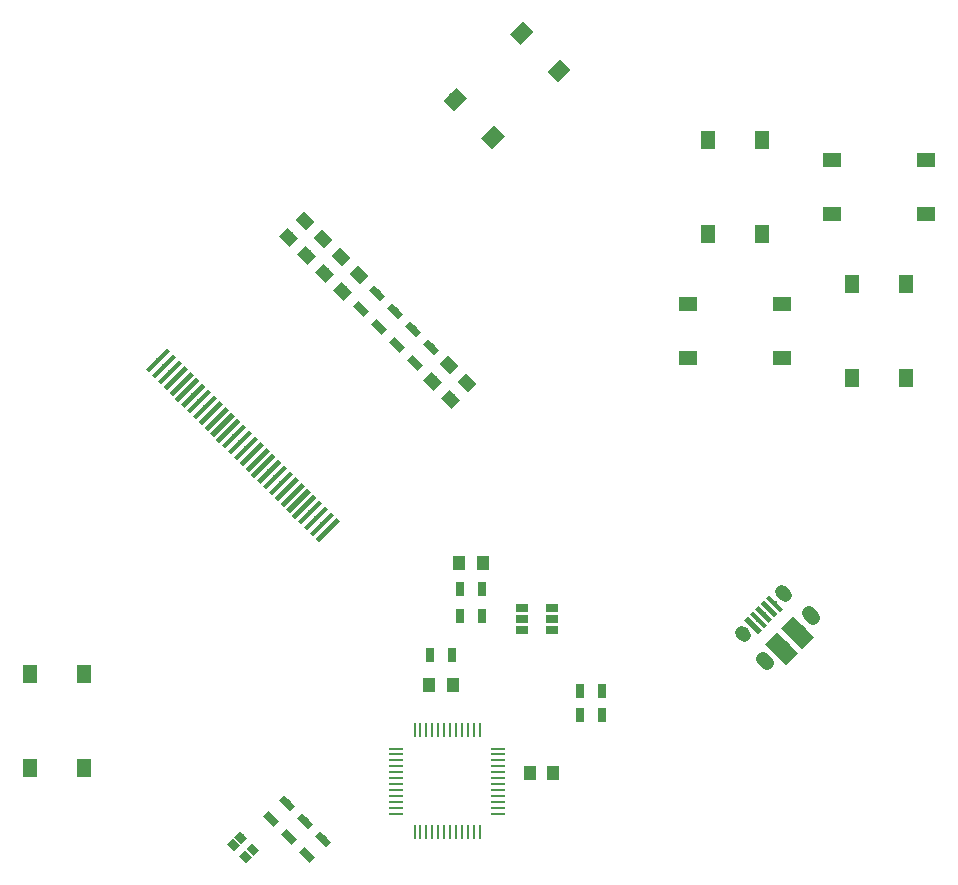
<source format=gtp>
G04 #@! TF.GenerationSoftware,KiCad,Pcbnew,(2017-07-14 revision d3b382c)-master*
G04 #@! TF.CreationDate,2017-07-30T20:26:54+02:00*
G04 #@! TF.ProjectId,Bornhack Make Tradition Badge,426F726E6861636B204D616B65205472,rev?*
G04 #@! TF.SameCoordinates,Original
G04 #@! TF.FileFunction,Paste,Top*
G04 #@! TF.FilePolarity,Positive*
%FSLAX46Y46*%
G04 Gerber Fmt 4.6, Leading zero omitted, Abs format (unit mm)*
G04 Created by KiCad (PCBNEW (2017-07-14 revision d3b382c)-master) date Sunday, July 30, 2017 'PMt' 08:26:54 PM*
%MOMM*%
%LPD*%
G01*
G04 APERTURE LIST*
%ADD10C,1.430000*%
%ADD11C,0.100000*%
%ADD12C,1.200000*%
%ADD13C,1.200000*%
%ADD14C,1.100000*%
%ADD15C,1.100000*%
%ADD16C,0.400000*%
%ADD17R,1.300000X1.550000*%
%ADD18R,1.550000X1.300000*%
%ADD19C,1.300000*%
%ADD20R,1.000000X1.250000*%
%ADD21C,1.000000*%
%ADD22C,0.650000*%
%ADD23R,1.000000X0.700000*%
%ADD24C,0.700000*%
%ADD25R,0.700000X1.300000*%
%ADD26R,0.250000X1.300000*%
%ADD27R,1.300000X0.250000*%
G04 APERTURE END LIST*
D10*
X131302929Y-107796481D03*
D11*
G36*
X132692394Y-108174783D02*
X131681231Y-109185946D01*
X129913464Y-107418179D01*
X130924627Y-106407016D01*
X132692394Y-108174783D01*
X132692394Y-108174783D01*
G37*
D10*
X129945284Y-109154126D03*
D11*
G36*
X131334749Y-109532428D02*
X130323586Y-110543591D01*
X128555819Y-108775824D01*
X129566982Y-107764661D01*
X131334749Y-109532428D01*
X131334749Y-109532428D01*
G37*
D12*
X132384803Y-106375197D03*
D13*
X132561580Y-106551974D02*
X132208026Y-106198420D01*
D12*
X128524000Y-110236000D03*
D13*
X128700777Y-110412777D02*
X128347223Y-110059223D01*
D14*
X130044279Y-104473080D03*
D15*
X130185700Y-104614501D02*
X129902858Y-104331659D01*
D14*
X126621883Y-107895476D03*
D15*
X126763304Y-108036897D02*
X126480462Y-107754055D01*
D16*
X129337173Y-105349892D03*
D11*
G36*
X130061957Y-105791834D02*
X129779115Y-106074676D01*
X128612389Y-104907950D01*
X128895231Y-104625108D01*
X130061957Y-105791834D01*
X130061957Y-105791834D01*
G37*
D16*
X128877553Y-105809511D03*
D11*
G36*
X129602337Y-106251453D02*
X129319495Y-106534295D01*
X128152769Y-105367569D01*
X128435611Y-105084727D01*
X129602337Y-106251453D01*
X129602337Y-106251453D01*
G37*
D16*
X128417934Y-106269131D03*
D11*
G36*
X129142718Y-106711073D02*
X128859876Y-106993915D01*
X127693150Y-105827189D01*
X127975992Y-105544347D01*
X129142718Y-106711073D01*
X129142718Y-106711073D01*
G37*
D16*
X127958314Y-106728750D03*
D11*
G36*
X128683098Y-107170692D02*
X128400256Y-107453534D01*
X127233530Y-106286808D01*
X127516372Y-106003966D01*
X128683098Y-107170692D01*
X128683098Y-107170692D01*
G37*
D16*
X127498695Y-107188370D03*
D11*
G36*
X128223479Y-107630312D02*
X127940637Y-107913154D01*
X126773911Y-106746428D01*
X127056753Y-106463586D01*
X128223479Y-107630312D01*
X128223479Y-107630312D01*
G37*
D17*
X140426000Y-78316000D03*
X135926000Y-78316000D03*
X135926000Y-86276000D03*
X140426000Y-86276000D03*
D18*
X129964000Y-84546000D03*
X129964000Y-80046000D03*
X122004000Y-80046000D03*
X122004000Y-84546000D03*
X134196000Y-72354000D03*
X134196000Y-67854000D03*
X142156000Y-67854000D03*
X142156000Y-72354000D03*
D17*
X128234000Y-74084000D03*
X123734000Y-74084000D03*
X123734000Y-66124000D03*
X128234000Y-66124000D03*
X70830000Y-119296000D03*
X66330000Y-119296000D03*
X66330000Y-111336000D03*
X70830000Y-111336000D03*
D19*
X111085275Y-60244705D03*
D11*
G36*
X110996887Y-61252332D02*
X110077648Y-60333093D01*
X111173663Y-59237078D01*
X112092902Y-60156317D01*
X110996887Y-61252332D01*
X110996887Y-61252332D01*
G37*
D19*
X107903295Y-57062725D03*
D11*
G36*
X107814907Y-58070352D02*
X106895668Y-57151113D01*
X107991683Y-56055098D01*
X108910922Y-56974337D01*
X107814907Y-58070352D01*
X107814907Y-58070352D01*
G37*
D19*
X102274725Y-62691295D03*
D11*
G36*
X102186337Y-63698922D02*
X101267098Y-62779683D01*
X102363113Y-61683668D01*
X103282352Y-62602907D01*
X102186337Y-63698922D01*
X102186337Y-63698922D01*
G37*
D19*
X105456705Y-65873275D03*
D11*
G36*
X105368317Y-66880902D02*
X104449078Y-65961663D01*
X105545093Y-64865648D01*
X106464332Y-65784887D01*
X105368317Y-66880902D01*
X105368317Y-66880902D01*
G37*
D20*
X110600000Y-119700000D03*
X108600000Y-119700000D03*
X102092000Y-112268000D03*
X100092000Y-112268000D03*
D21*
X89607107Y-72952893D03*
D11*
G36*
X89518719Y-72157398D02*
X90402602Y-73041281D01*
X89695495Y-73748388D01*
X88811612Y-72864505D01*
X89518719Y-72157398D01*
X89518719Y-72157398D01*
G37*
D21*
X88192893Y-74367107D03*
D11*
G36*
X88104505Y-73571612D02*
X88988388Y-74455495D01*
X88281281Y-75162602D01*
X87397398Y-74278719D01*
X88104505Y-73571612D01*
X88104505Y-73571612D01*
G37*
D21*
X89716893Y-75891107D03*
D11*
G36*
X89628505Y-75095612D02*
X90512388Y-75979495D01*
X89805281Y-76686602D01*
X88921398Y-75802719D01*
X89628505Y-75095612D01*
X89628505Y-75095612D01*
G37*
D21*
X91131107Y-74476893D03*
D11*
G36*
X91042719Y-73681398D02*
X91926602Y-74565281D01*
X91219495Y-75272388D01*
X90335612Y-74388505D01*
X91042719Y-73681398D01*
X91042719Y-73681398D01*
G37*
D21*
X92655107Y-76000893D03*
D11*
G36*
X92566719Y-75205398D02*
X93450602Y-76089281D01*
X92743495Y-76796388D01*
X91859612Y-75912505D01*
X92566719Y-75205398D01*
X92566719Y-75205398D01*
G37*
D21*
X91240893Y-77415107D03*
D11*
G36*
X91152505Y-76619612D02*
X92036388Y-77503495D01*
X91329281Y-78210602D01*
X90445398Y-77326719D01*
X91152505Y-76619612D01*
X91152505Y-76619612D01*
G37*
D20*
X102600000Y-101900000D03*
X104600000Y-101900000D03*
D21*
X103323107Y-86668893D03*
D11*
G36*
X103411495Y-87464388D02*
X102527612Y-86580505D01*
X103234719Y-85873398D01*
X104118602Y-86757281D01*
X103411495Y-87464388D01*
X103411495Y-87464388D01*
G37*
D21*
X101908893Y-88083107D03*
D11*
G36*
X101997281Y-88878602D02*
X101113398Y-87994719D01*
X101820505Y-87287612D01*
X102704388Y-88171495D01*
X101997281Y-88878602D01*
X101997281Y-88878602D01*
G37*
D21*
X92764893Y-78939107D03*
D11*
G36*
X92676505Y-78143612D02*
X93560388Y-79027495D01*
X92853281Y-79734602D01*
X91969398Y-78850719D01*
X92676505Y-78143612D01*
X92676505Y-78143612D01*
G37*
D21*
X94179107Y-77524893D03*
D11*
G36*
X94090719Y-76729398D02*
X94974602Y-77613281D01*
X94267495Y-78320388D01*
X93383612Y-77436505D01*
X94090719Y-76729398D01*
X94090719Y-76729398D01*
G37*
D21*
X100384893Y-86559107D03*
D11*
G36*
X100473281Y-87354602D02*
X99589398Y-86470719D01*
X100296505Y-85763612D01*
X101180388Y-86647495D01*
X100473281Y-87354602D01*
X100473281Y-87354602D01*
G37*
D21*
X101799107Y-85144893D03*
D11*
G36*
X101887495Y-85940388D02*
X101003612Y-85056505D01*
X101710719Y-84349398D01*
X102594602Y-85233281D01*
X101887495Y-85940388D01*
X101887495Y-85940388D01*
G37*
D22*
X85141173Y-126196132D03*
D11*
G36*
X85070462Y-125665802D02*
X85671503Y-126266843D01*
X85211884Y-126726462D01*
X84610843Y-126125421D01*
X85070462Y-125665802D01*
X85070462Y-125665802D01*
G37*
D22*
X84540132Y-126797173D03*
D11*
G36*
X84469421Y-126266843D02*
X85070462Y-126867884D01*
X84610843Y-127327503D01*
X84009802Y-126726462D01*
X84469421Y-126266843D01*
X84469421Y-126266843D01*
G37*
D22*
X83514827Y-125771868D03*
D11*
G36*
X83444116Y-125241538D02*
X84045157Y-125842579D01*
X83585538Y-126302198D01*
X82984497Y-125701157D01*
X83444116Y-125241538D01*
X83444116Y-125241538D01*
G37*
D22*
X84115868Y-125170827D03*
D11*
G36*
X84045157Y-124640497D02*
X84646198Y-125241538D01*
X84186579Y-125701157D01*
X83585538Y-125100116D01*
X84045157Y-124640497D01*
X84045157Y-124640497D01*
G37*
D23*
X110520000Y-106680000D03*
X110520000Y-105730000D03*
X110520000Y-107630000D03*
X107920000Y-107630000D03*
X107920000Y-106680000D03*
X107920000Y-105730000D03*
D24*
X86704249Y-123607751D03*
D11*
G36*
X86916381Y-124314858D02*
X85997142Y-123395619D01*
X86492117Y-122900644D01*
X87411356Y-123819883D01*
X86916381Y-124314858D01*
X86916381Y-124314858D01*
G37*
D24*
X88047751Y-122264249D03*
D11*
G36*
X88259883Y-122971356D02*
X87340644Y-122052117D01*
X87835619Y-121557142D01*
X88754858Y-122476381D01*
X88259883Y-122971356D01*
X88259883Y-122971356D01*
G37*
D24*
X89571751Y-123788249D03*
D11*
G36*
X89783883Y-124495356D02*
X88864644Y-123576117D01*
X89359619Y-123081142D01*
X90278858Y-124000381D01*
X89783883Y-124495356D01*
X89783883Y-124495356D01*
G37*
D24*
X88228249Y-125131751D03*
D11*
G36*
X88440381Y-125838858D02*
X87521142Y-124919619D01*
X88016117Y-124424644D01*
X88935356Y-125343883D01*
X88440381Y-125838858D01*
X88440381Y-125838858D01*
G37*
D24*
X89752249Y-126655751D03*
D11*
G36*
X89964381Y-127362858D02*
X89045142Y-126443619D01*
X89540117Y-125948644D01*
X90459356Y-126867883D01*
X89964381Y-127362858D01*
X89964381Y-127362858D01*
G37*
D24*
X91095751Y-125312249D03*
D11*
G36*
X91307883Y-126019356D02*
X90388644Y-125100117D01*
X90883619Y-124605142D01*
X91802858Y-125524381D01*
X91307883Y-126019356D01*
X91307883Y-126019356D01*
G37*
D25*
X100142000Y-109728000D03*
X102042000Y-109728000D03*
X114750000Y-114800000D03*
X112850000Y-114800000D03*
X112842000Y-112776000D03*
X114742000Y-112776000D03*
X104582000Y-106400000D03*
X102682000Y-106400000D03*
X104582000Y-104140000D03*
X102682000Y-104140000D03*
D24*
X94324249Y-80427751D03*
D11*
G36*
X94112117Y-79720644D02*
X95031356Y-80639883D01*
X94536381Y-81134858D01*
X93617142Y-80215619D01*
X94112117Y-79720644D01*
X94112117Y-79720644D01*
G37*
D24*
X95667751Y-79084249D03*
D11*
G36*
X95455619Y-78377142D02*
X96374858Y-79296381D01*
X95879883Y-79791356D01*
X94960644Y-78872117D01*
X95455619Y-78377142D01*
X95455619Y-78377142D01*
G37*
D24*
X97372249Y-83475751D03*
D11*
G36*
X97160117Y-82768644D02*
X98079356Y-83687883D01*
X97584381Y-84182858D01*
X96665142Y-83263619D01*
X97160117Y-82768644D01*
X97160117Y-82768644D01*
G37*
D24*
X98715751Y-82132249D03*
D11*
G36*
X98503619Y-81425142D02*
X99422858Y-82344381D01*
X98927883Y-82839356D01*
X98008644Y-81920117D01*
X98503619Y-81425142D01*
X98503619Y-81425142D01*
G37*
D24*
X97191751Y-80608249D03*
D11*
G36*
X96979619Y-79901142D02*
X97898858Y-80820381D01*
X97403883Y-81315356D01*
X96484644Y-80396117D01*
X96979619Y-79901142D01*
X96979619Y-79901142D01*
G37*
D24*
X95848249Y-81951751D03*
D11*
G36*
X95636117Y-81244644D02*
X96555356Y-82163883D01*
X96060381Y-82658858D01*
X95141142Y-81739619D01*
X95636117Y-81244644D01*
X95636117Y-81244644D01*
G37*
D24*
X98896249Y-84999751D03*
D11*
G36*
X99108381Y-85706858D02*
X98189142Y-84787619D01*
X98684117Y-84292644D01*
X99603356Y-85211883D01*
X99108381Y-85706858D01*
X99108381Y-85706858D01*
G37*
D24*
X100239751Y-83656249D03*
D11*
G36*
X100451883Y-84363356D02*
X99532644Y-83444117D01*
X100027619Y-82949142D01*
X100946858Y-83868381D01*
X100451883Y-84363356D01*
X100451883Y-84363356D01*
G37*
D26*
X98850000Y-116046000D03*
X99350000Y-116046000D03*
X99850000Y-116046000D03*
X100350000Y-116046000D03*
X100850000Y-116046000D03*
X101350000Y-116046000D03*
X101850000Y-116046000D03*
X102350000Y-116046000D03*
X102850000Y-116046000D03*
X103350000Y-116046000D03*
X103850000Y-116046000D03*
X104350000Y-116046000D03*
D27*
X105950000Y-117646000D03*
X105950000Y-118146000D03*
X105950000Y-118646000D03*
X105950000Y-119146000D03*
X105950000Y-119646000D03*
X105950000Y-120146000D03*
X105950000Y-120646000D03*
X105950000Y-121146000D03*
X105950000Y-121646000D03*
X105950000Y-122146000D03*
X105950000Y-122646000D03*
X105950000Y-123146000D03*
D26*
X104350000Y-124746000D03*
X103850000Y-124746000D03*
X103350000Y-124746000D03*
X102850000Y-124746000D03*
X102350000Y-124746000D03*
X101850000Y-124746000D03*
X101350000Y-124746000D03*
X100850000Y-124746000D03*
X100350000Y-124746000D03*
X99850000Y-124746000D03*
X99350000Y-124746000D03*
X98850000Y-124746000D03*
D27*
X97250000Y-123146000D03*
X97250000Y-122646000D03*
X97250000Y-122146000D03*
X97250000Y-121646000D03*
X97250000Y-121146000D03*
X97250000Y-120646000D03*
X97250000Y-120146000D03*
X97250000Y-119646000D03*
X97250000Y-119146000D03*
X97250000Y-118646000D03*
X97250000Y-118146000D03*
X97250000Y-117646000D03*
D16*
X84562462Y-92208513D03*
D11*
G36*
X83523015Y-92965117D02*
X85319066Y-91169066D01*
X85601909Y-91451909D01*
X83805858Y-93247960D01*
X83523015Y-92965117D01*
X83523015Y-92965117D01*
G37*
D16*
X85057437Y-92703487D03*
D11*
G36*
X84017990Y-93460091D02*
X85814041Y-91664040D01*
X86096884Y-91946883D01*
X84300833Y-93742934D01*
X84017990Y-93460091D01*
X84017990Y-93460091D01*
G37*
D16*
X85552412Y-93198462D03*
D11*
G36*
X84512965Y-93955066D02*
X86309016Y-92159015D01*
X86591859Y-92441858D01*
X84795808Y-94237909D01*
X84512965Y-93955066D01*
X84512965Y-93955066D01*
G37*
D16*
X86047386Y-93693437D03*
D11*
G36*
X85007939Y-94450041D02*
X86803990Y-92653990D01*
X87086833Y-92936833D01*
X85290782Y-94732884D01*
X85007939Y-94450041D01*
X85007939Y-94450041D01*
G37*
D16*
X86542361Y-94188412D03*
D11*
G36*
X85502914Y-94945016D02*
X87298965Y-93148965D01*
X87581808Y-93431808D01*
X85785757Y-95227859D01*
X85502914Y-94945016D01*
X85502914Y-94945016D01*
G37*
D16*
X87037336Y-94683386D03*
D11*
G36*
X85997889Y-95439990D02*
X87793940Y-93643939D01*
X88076783Y-93926782D01*
X86280732Y-95722833D01*
X85997889Y-95439990D01*
X85997889Y-95439990D01*
G37*
D16*
X87532311Y-95178361D03*
D11*
G36*
X86492864Y-95934965D02*
X88288915Y-94138914D01*
X88571758Y-94421757D01*
X86775707Y-96217808D01*
X86492864Y-95934965D01*
X86492864Y-95934965D01*
G37*
D16*
X88027285Y-95673336D03*
D11*
G36*
X86987838Y-96429940D02*
X88783889Y-94633889D01*
X89066732Y-94916732D01*
X87270681Y-96712783D01*
X86987838Y-96429940D01*
X86987838Y-96429940D01*
G37*
D16*
X88522260Y-96168311D03*
D11*
G36*
X87482813Y-96924915D02*
X89278864Y-95128864D01*
X89561707Y-95411707D01*
X87765656Y-97207758D01*
X87482813Y-96924915D01*
X87482813Y-96924915D01*
G37*
D16*
X89017235Y-96663285D03*
D11*
G36*
X87977788Y-97419889D02*
X89773839Y-95623838D01*
X90056682Y-95906681D01*
X88260631Y-97702732D01*
X87977788Y-97419889D01*
X87977788Y-97419889D01*
G37*
D16*
X89512210Y-97158260D03*
D11*
G36*
X88472763Y-97914864D02*
X90268814Y-96118813D01*
X90551657Y-96401656D01*
X88755606Y-98197707D01*
X88472763Y-97914864D01*
X88472763Y-97914864D01*
G37*
D16*
X90007184Y-97653235D03*
D11*
G36*
X88967737Y-98409839D02*
X90763788Y-96613788D01*
X91046631Y-96896631D01*
X89250580Y-98692682D01*
X88967737Y-98409839D01*
X88967737Y-98409839D01*
G37*
D16*
X90502159Y-98148210D03*
D11*
G36*
X89462712Y-98904814D02*
X91258763Y-97108763D01*
X91541606Y-97391606D01*
X89745555Y-99187657D01*
X89462712Y-98904814D01*
X89462712Y-98904814D01*
G37*
D16*
X90997134Y-98643184D03*
D11*
G36*
X89957687Y-99399788D02*
X91753738Y-97603737D01*
X92036581Y-97886580D01*
X90240530Y-99682631D01*
X89957687Y-99399788D01*
X89957687Y-99399788D01*
G37*
D16*
X91492109Y-99138159D03*
D11*
G36*
X90452662Y-99894763D02*
X92248713Y-98098712D01*
X92531556Y-98381555D01*
X90735505Y-100177606D01*
X90452662Y-99894763D01*
X90452662Y-99894763D01*
G37*
D16*
X77137841Y-84783891D03*
D11*
G36*
X76098394Y-85540495D02*
X77894445Y-83744444D01*
X78177288Y-84027287D01*
X76381237Y-85823338D01*
X76098394Y-85540495D01*
X76098394Y-85540495D01*
G37*
D16*
X77632816Y-85278866D03*
D11*
G36*
X76593369Y-86035470D02*
X78389420Y-84239419D01*
X78672263Y-84522262D01*
X76876212Y-86318313D01*
X76593369Y-86035470D01*
X76593369Y-86035470D01*
G37*
D16*
X78127790Y-85773841D03*
D11*
G36*
X77088343Y-86530445D02*
X78884394Y-84734394D01*
X79167237Y-85017237D01*
X77371186Y-86813288D01*
X77088343Y-86530445D01*
X77088343Y-86530445D01*
G37*
D16*
X78622765Y-86268816D03*
D11*
G36*
X77583318Y-87025420D02*
X79379369Y-85229369D01*
X79662212Y-85512212D01*
X77866161Y-87308263D01*
X77583318Y-87025420D01*
X77583318Y-87025420D01*
G37*
D16*
X79117740Y-86763790D03*
D11*
G36*
X78078293Y-87520394D02*
X79874344Y-85724343D01*
X80157187Y-86007186D01*
X78361136Y-87803237D01*
X78078293Y-87520394D01*
X78078293Y-87520394D01*
G37*
D16*
X79612715Y-87258765D03*
D11*
G36*
X78573268Y-88015369D02*
X80369319Y-86219318D01*
X80652162Y-86502161D01*
X78856111Y-88298212D01*
X78573268Y-88015369D01*
X78573268Y-88015369D01*
G37*
D16*
X80107689Y-87753740D03*
D11*
G36*
X79068242Y-88510344D02*
X80864293Y-86714293D01*
X81147136Y-86997136D01*
X79351085Y-88793187D01*
X79068242Y-88510344D01*
X79068242Y-88510344D01*
G37*
D16*
X80602664Y-88248715D03*
D11*
G36*
X79563217Y-89005319D02*
X81359268Y-87209268D01*
X81642111Y-87492111D01*
X79846060Y-89288162D01*
X79563217Y-89005319D01*
X79563217Y-89005319D01*
G37*
D16*
X81097639Y-88743689D03*
D11*
G36*
X80058192Y-89500293D02*
X81854243Y-87704242D01*
X82137086Y-87987085D01*
X80341035Y-89783136D01*
X80058192Y-89500293D01*
X80058192Y-89500293D01*
G37*
D16*
X81592614Y-89238664D03*
D11*
G36*
X80553167Y-89995268D02*
X82349218Y-88199217D01*
X82632061Y-88482060D01*
X80836010Y-90278111D01*
X80553167Y-89995268D01*
X80553167Y-89995268D01*
G37*
D16*
X82087588Y-89733639D03*
D11*
G36*
X81048141Y-90490243D02*
X82844192Y-88694192D01*
X83127035Y-88977035D01*
X81330984Y-90773086D01*
X81048141Y-90490243D01*
X81048141Y-90490243D01*
G37*
D16*
X82582563Y-90228614D03*
D11*
G36*
X81543116Y-90985218D02*
X83339167Y-89189167D01*
X83622010Y-89472010D01*
X81825959Y-91268061D01*
X81543116Y-90985218D01*
X81543116Y-90985218D01*
G37*
D16*
X83077538Y-90723588D03*
D11*
G36*
X82038091Y-91480192D02*
X83834142Y-89684141D01*
X84116985Y-89966984D01*
X82320934Y-91763035D01*
X82038091Y-91480192D01*
X82038091Y-91480192D01*
G37*
D16*
X83572513Y-91218563D03*
D11*
G36*
X82533066Y-91975167D02*
X84329117Y-90179116D01*
X84611960Y-90461959D01*
X82815909Y-92258010D01*
X82533066Y-91975167D01*
X82533066Y-91975167D01*
G37*
D16*
X84067487Y-91713538D03*
D11*
G36*
X83028040Y-92470142D02*
X84824091Y-90674091D01*
X85106934Y-90956934D01*
X83310883Y-92752985D01*
X83028040Y-92470142D01*
X83028040Y-92470142D01*
G37*
M02*

</source>
